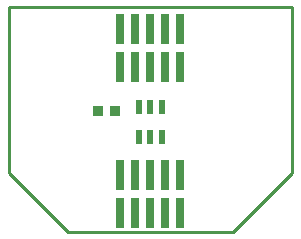
<source format=gbp>
G04*
G04 #@! TF.GenerationSoftware,Altium Limited,Altium Designer,21.6.4 (81)*
G04*
G04 Layer_Color=128*
%FSLAX25Y25*%
%MOIN*%
G70*
G04*
G04 #@! TF.SameCoordinates,E44EF727-AEEB-4240-987C-FE85ED8235F7*
G04*
G04*
G04 #@! TF.FilePolarity,Positive*
G04*
G01*
G75*
%ADD10C,0.01000*%
%ADD15R,0.02559X0.10039*%
%ADD16R,0.02362X0.04528*%
%ADD17R,0.03775X0.03591*%
D10*
X-19685Y74803D02*
X74803D01*
Y19685D02*
Y74803D01*
X55118Y0D02*
X74803Y19685D01*
X0Y0D02*
X55118D01*
X-19685Y19685D02*
X0Y0D01*
X-19685Y19685D02*
Y74803D01*
D15*
X37559Y67520D02*
D03*
Y54921D02*
D03*
X32559Y67520D02*
D03*
Y54921D02*
D03*
X27559Y67520D02*
D03*
Y54921D02*
D03*
X22559Y67520D02*
D03*
Y54921D02*
D03*
X17559Y67520D02*
D03*
Y54921D02*
D03*
Y6299D02*
D03*
Y18898D02*
D03*
X22559Y6299D02*
D03*
Y18898D02*
D03*
X27559Y6299D02*
D03*
Y18898D02*
D03*
X32559Y6299D02*
D03*
Y18898D02*
D03*
X37559Y6299D02*
D03*
Y18898D02*
D03*
D16*
X31299Y31485D02*
D03*
X27559D02*
D03*
X23819D02*
D03*
Y41721D02*
D03*
X27559D02*
D03*
X31299D02*
D03*
D17*
X10142Y40103D02*
D03*
X15864D02*
D03*
M02*

</source>
